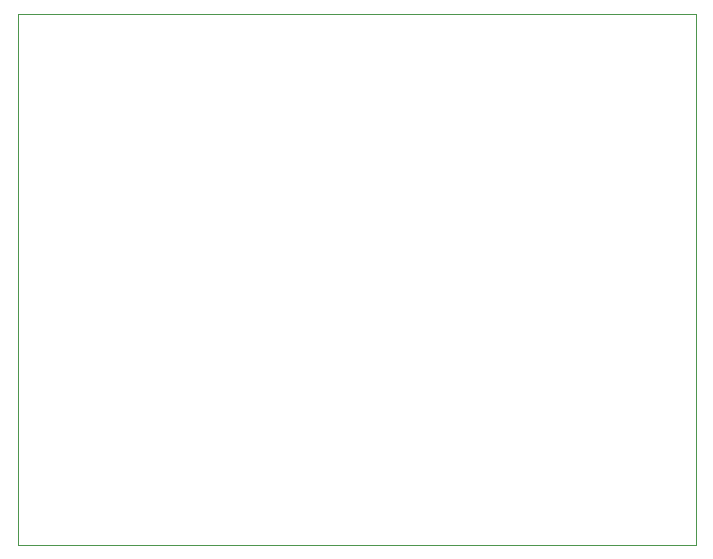
<source format=gbr>
G04 #@! TF.FileFunction,Profile,NP*
%FSLAX46Y46*%
G04 Gerber Fmt 4.6, Leading zero omitted, Abs format (unit mm)*
G04 Created by KiCad (PCBNEW 4.0.2-stable) date 25/07/2016 02:37:25 p.m.*
%MOMM*%
G01*
G04 APERTURE LIST*
%ADD10C,0.100000*%
G04 APERTURE END LIST*
D10*
X167386000Y-120904000D02*
X110490000Y-120904000D01*
X167894000Y-120904000D02*
X167386000Y-120904000D01*
X167894000Y-75946000D02*
X167894000Y-120904000D01*
X110490000Y-75946000D02*
X167894000Y-75946000D01*
X110490000Y-120904000D02*
X110490000Y-75946000D01*
M02*

</source>
